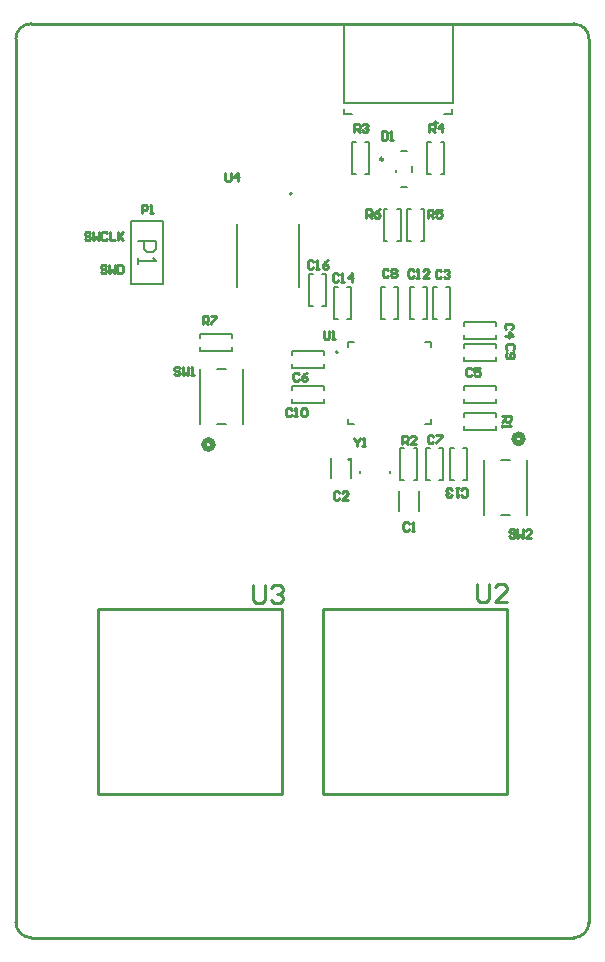
<source format=gto>
G04*
G04 #@! TF.GenerationSoftware,Altium Limited,Altium Designer,24.2.2 (26)*
G04*
G04 Layer_Color=65535*
%FSLAX25Y25*%
%MOIN*%
G70*
G04*
G04 #@! TF.SameCoordinates,3758B99F-9DEC-4DD0-BAA5-DFD1AAF1D411*
G04*
G04*
G04 #@! TF.FilePolarity,Positive*
G04*
G01*
G75*
%ADD10C,0.00984*%
%ADD11C,0.00787*%
%ADD12C,0.02000*%
%ADD13C,0.01000*%
%ADD14C,0.00500*%
%ADD15C,0.00591*%
%ADD16C,0.00600*%
D10*
X1222569Y714224D02*
G03*
X1222569Y714224I-492J0D01*
G01*
X1204465Y702157D02*
G03*
X1204465Y702157I-492J0D01*
G01*
D11*
X1174094Y690631D02*
G03*
X1174094Y690631I-394J0D01*
G01*
X1189489Y637813D02*
G03*
X1189489Y637813I-394J0D01*
G01*
X1193532Y602131D02*
G03*
X1193532Y602131I-394J0D01*
G01*
X1227491Y717275D02*
Y719046D01*
X1191506Y717275D02*
Y719046D01*
Y717275D02*
X1194243D01*
X1224754D02*
X1227491D01*
X1120518Y660509D02*
Y681691D01*
X1131108D01*
Y660509D02*
Y681691D01*
X1120518Y660509D02*
X1131108D01*
X1193746Y595854D02*
Y602547D01*
X1187054Y595854D02*
Y602547D01*
X1216446Y584854D02*
Y591546D01*
X1209754Y584854D02*
Y591546D01*
X1208697Y697826D02*
Y698417D01*
X1210371Y693003D02*
X1212536D01*
X1214209Y697826D02*
Y699991D01*
X1210371Y704814D02*
X1212536D01*
D12*
X1147768Y607050D02*
G03*
X1147768Y607050I-1500J0D01*
G01*
X1251132Y608950D02*
G03*
X1251132Y608950I-1500J0D01*
G01*
D13*
X1184451Y490700D02*
Y552132D01*
Y490700D02*
X1245800D01*
Y552132D01*
X1184451D02*
X1245800D01*
X1109400Y490700D02*
Y552100D01*
Y490700D02*
X1170800D01*
Y552100D01*
X1109400D02*
X1170800D01*
X1235900Y560598D02*
Y555600D01*
X1236900Y554600D01*
X1238899D01*
X1239899Y555600D01*
Y560598D01*
X1245897Y554600D02*
X1241898D01*
X1245897Y558599D01*
Y559598D01*
X1244897Y560598D01*
X1242898D01*
X1241898Y559598D01*
X1161100Y560298D02*
Y555300D01*
X1162100Y554300D01*
X1164099D01*
X1165099Y555300D01*
Y560298D01*
X1167098Y559298D02*
X1168098Y560298D01*
X1170097D01*
X1171097Y559298D01*
Y558299D01*
X1170097Y557299D01*
X1169098D01*
X1170097D01*
X1171097Y556299D01*
Y555300D01*
X1170097Y554300D01*
X1168098D01*
X1167098Y555300D01*
X1106937Y677496D02*
X1106478Y677955D01*
X1105559D01*
X1105100Y677496D01*
Y677037D01*
X1105559Y676578D01*
X1106478D01*
X1106937Y676118D01*
Y675659D01*
X1106478Y675200D01*
X1105559D01*
X1105100Y675659D01*
X1107855Y677955D02*
Y675200D01*
X1108773Y676118D01*
X1109692Y675200D01*
Y677955D01*
X1112447Y677496D02*
X1111988Y677955D01*
X1111069D01*
X1110610Y677496D01*
Y675659D01*
X1111069Y675200D01*
X1111988D01*
X1112447Y675659D01*
X1113365Y677955D02*
Y675200D01*
X1115202D01*
X1116120Y677955D02*
Y675200D01*
Y676118D01*
X1117957Y677955D01*
X1116579Y676578D01*
X1117957Y675200D01*
X1112237Y666496D02*
X1111778Y666955D01*
X1110859D01*
X1110400Y666496D01*
Y666037D01*
X1110859Y665578D01*
X1111778D01*
X1112237Y665118D01*
Y664659D01*
X1111778Y664200D01*
X1110859D01*
X1110400Y664659D01*
X1113155Y666955D02*
Y664200D01*
X1114073Y665118D01*
X1114992Y664200D01*
Y666955D01*
X1115910D02*
Y664200D01*
X1117288D01*
X1117747Y664659D01*
Y666496D01*
X1117288Y666955D01*
X1115910D01*
X1123976Y684237D02*
Y686993D01*
X1125354D01*
X1125813Y686533D01*
Y685615D01*
X1125354Y685156D01*
X1123976D01*
X1126731Y684237D02*
X1127650D01*
X1127191D01*
Y686993D01*
X1126731Y686533D01*
X1151852Y697678D02*
Y695382D01*
X1152311Y694922D01*
X1153230D01*
X1153689Y695382D01*
Y697678D01*
X1155985Y694922D02*
Y697678D01*
X1154607Y696300D01*
X1156444D01*
X1181137Y667973D02*
X1180678Y668432D01*
X1179760D01*
X1179301Y667973D01*
Y666136D01*
X1179760Y665677D01*
X1180678D01*
X1181137Y666136D01*
X1182056Y665677D02*
X1182974D01*
X1182515D01*
Y668432D01*
X1182056Y667973D01*
X1186188Y668432D02*
X1185270Y667973D01*
X1184352Y667054D01*
Y666136D01*
X1184811Y665677D01*
X1185729D01*
X1186188Y666136D01*
Y666595D01*
X1185729Y667054D01*
X1184352D01*
X1189493Y663618D02*
X1189034Y664078D01*
X1188116D01*
X1187656Y663618D01*
Y661782D01*
X1188116Y661322D01*
X1189034D01*
X1189493Y661782D01*
X1190411Y661322D02*
X1191330D01*
X1190870D01*
Y664078D01*
X1190411Y663618D01*
X1194085Y661322D02*
Y664078D01*
X1192707Y662700D01*
X1194544D01*
X1176426Y630562D02*
X1175967Y631021D01*
X1175048D01*
X1174589Y630562D01*
Y628725D01*
X1175048Y628266D01*
X1175967D01*
X1176426Y628725D01*
X1179181Y631021D02*
X1178263Y630562D01*
X1177344Y629643D01*
Y628725D01*
X1177803Y628266D01*
X1178722D01*
X1179181Y628725D01*
Y629184D01*
X1178722Y629643D01*
X1177344D01*
X1173989Y618700D02*
X1173530Y619160D01*
X1172612D01*
X1172153Y618700D01*
Y616864D01*
X1172612Y616405D01*
X1173530D01*
X1173989Y616864D01*
X1174908Y616405D02*
X1175826D01*
X1175367D01*
Y619160D01*
X1174908Y618700D01*
X1177204D02*
X1177663Y619160D01*
X1178581D01*
X1179040Y618700D01*
Y616864D01*
X1178581Y616405D01*
X1177663D01*
X1177204Y616864D01*
Y618700D01*
X1136722Y632432D02*
X1136263Y632891D01*
X1135345D01*
X1134886Y632432D01*
Y631973D01*
X1135345Y631513D01*
X1136263D01*
X1136722Y631054D01*
Y630595D01*
X1136263Y630136D01*
X1135345D01*
X1134886Y630595D01*
X1137641Y632891D02*
Y630136D01*
X1138559Y631054D01*
X1139478Y630136D01*
Y632891D01*
X1140396Y630136D02*
X1141314D01*
X1140855D01*
Y632891D01*
X1140396Y632432D01*
X1247651Y638567D02*
X1248110Y639026D01*
Y639945D01*
X1247651Y640404D01*
X1245815D01*
X1245356Y639945D01*
Y639026D01*
X1245815Y638567D01*
Y637649D02*
X1245356Y637190D01*
Y636271D01*
X1245815Y635812D01*
X1247651D01*
X1248110Y636271D01*
Y637190D01*
X1247651Y637649D01*
X1247192D01*
X1246733Y637190D01*
Y635812D01*
X1247280Y645405D02*
X1247739Y645864D01*
Y646783D01*
X1247280Y647242D01*
X1245443D01*
X1244984Y646783D01*
Y645864D01*
X1245443Y645405D01*
X1244984Y643109D02*
X1247739D01*
X1246361Y644487D01*
Y642650D01*
X1194863Y609378D02*
Y608918D01*
X1195782Y608000D01*
X1196700Y608918D01*
Y609378D01*
X1195782Y608000D02*
Y606623D01*
X1197618D02*
X1198537D01*
X1198078D01*
Y609378D01*
X1197618Y608918D01*
X1184663Y644878D02*
Y642582D01*
X1185122Y642123D01*
X1186041D01*
X1186500Y642582D01*
Y644878D01*
X1187418Y642123D02*
X1188337D01*
X1187878D01*
Y644878D01*
X1187418Y644418D01*
X1248363Y578318D02*
X1247904Y578778D01*
X1246986D01*
X1246527Y578318D01*
Y577859D01*
X1246986Y577400D01*
X1247904D01*
X1248363Y576941D01*
Y576482D01*
X1247904Y576022D01*
X1246986D01*
X1246527Y576482D01*
X1249282Y578778D02*
Y576022D01*
X1250200Y576941D01*
X1251118Y576022D01*
Y578778D01*
X1253873Y576022D02*
X1252037D01*
X1253873Y577859D01*
Y578318D01*
X1253414Y578778D01*
X1252496D01*
X1252037Y578318D01*
X1144300Y647100D02*
Y649855D01*
X1145677D01*
X1146137Y649396D01*
Y648478D01*
X1145677Y648018D01*
X1144300D01*
X1145218D02*
X1146137Y647100D01*
X1147055Y649855D02*
X1148892D01*
Y649396D01*
X1147055Y647559D01*
Y647100D01*
X1198804Y682723D02*
Y685478D01*
X1200182D01*
X1200641Y685018D01*
Y684100D01*
X1200182Y683641D01*
X1198804D01*
X1199722D02*
X1200641Y682723D01*
X1203396Y685478D02*
X1202478Y685018D01*
X1201559Y684100D01*
Y683182D01*
X1202018Y682723D01*
X1202937D01*
X1203396Y683182D01*
Y683641D01*
X1202937Y684100D01*
X1201559D01*
X1219396Y682622D02*
Y685378D01*
X1220774D01*
X1221233Y684918D01*
Y684000D01*
X1220774Y683541D01*
X1219396D01*
X1220315D02*
X1221233Y682622D01*
X1223988Y685378D02*
X1222151D01*
Y684000D01*
X1223070Y684459D01*
X1223529D01*
X1223988Y684000D01*
Y683082D01*
X1223529Y682622D01*
X1222610D01*
X1222151Y683082D01*
X1219900Y711300D02*
Y714055D01*
X1221278D01*
X1221737Y713596D01*
Y712677D01*
X1221278Y712218D01*
X1219900D01*
X1220818D02*
X1221737Y711300D01*
X1224032D02*
Y714055D01*
X1222655Y712677D01*
X1224492D01*
X1194800Y711300D02*
Y714055D01*
X1196177D01*
X1196637Y713596D01*
Y712677D01*
X1196177Y712218D01*
X1194800D01*
X1195718D02*
X1196637Y711300D01*
X1197555Y713596D02*
X1198014Y714055D01*
X1198932D01*
X1199392Y713596D01*
Y713137D01*
X1198932Y712677D01*
X1198473D01*
X1198932D01*
X1199392Y712218D01*
Y711759D01*
X1198932Y711300D01*
X1198014D01*
X1197555Y711759D01*
X1210804Y607123D02*
Y609878D01*
X1212182D01*
X1212641Y609418D01*
Y608500D01*
X1212182Y608041D01*
X1210804D01*
X1211722D02*
X1212641Y607123D01*
X1215396D02*
X1213559D01*
X1215396Y608959D01*
Y609418D01*
X1214937Y609878D01*
X1214018D01*
X1213559Y609418D01*
X1244223Y616437D02*
X1246978D01*
Y615059D01*
X1246518Y614600D01*
X1245600D01*
X1245141Y615059D01*
Y616437D01*
Y615518D02*
X1244223Y614600D01*
Y613682D02*
Y612763D01*
Y613223D01*
X1246978D01*
X1246518Y613682D01*
X1204000Y711455D02*
Y708700D01*
X1205377D01*
X1205837Y709159D01*
Y710996D01*
X1205377Y711455D01*
X1204000D01*
X1206755Y708700D02*
X1207673D01*
X1207214D01*
Y711455D01*
X1206755Y710996D01*
X1230593Y590123D02*
X1231052Y589663D01*
X1231971D01*
X1232430Y590123D01*
Y591959D01*
X1231971Y592418D01*
X1231052D01*
X1230593Y591959D01*
X1229675Y592418D02*
X1228757D01*
X1229216D01*
Y589663D01*
X1229675Y590123D01*
X1227379D02*
X1226920Y589663D01*
X1226002D01*
X1225542Y590123D01*
Y590582D01*
X1226002Y591041D01*
X1226461D01*
X1226002D01*
X1225542Y591500D01*
Y591959D01*
X1226002Y592418D01*
X1226920D01*
X1227379Y591959D01*
X1214689Y664948D02*
X1214230Y665407D01*
X1213312D01*
X1212853Y664948D01*
Y663111D01*
X1213312Y662652D01*
X1214230D01*
X1214689Y663111D01*
X1215608Y662652D02*
X1216526D01*
X1216067D01*
Y665407D01*
X1215608Y664948D01*
X1219740Y662652D02*
X1217904D01*
X1219740Y664488D01*
Y664948D01*
X1219281Y665407D01*
X1218363D01*
X1217904Y664948D01*
X1206237Y665196D02*
X1205777Y665655D01*
X1204859D01*
X1204400Y665196D01*
Y663359D01*
X1204859Y662900D01*
X1205777D01*
X1206237Y663359D01*
X1207155Y665196D02*
X1207614Y665655D01*
X1208533D01*
X1208992Y665196D01*
Y664737D01*
X1208533Y664278D01*
X1208992Y663818D01*
Y663359D01*
X1208533Y662900D01*
X1207614D01*
X1207155Y663359D01*
Y663818D01*
X1207614Y664278D01*
X1207155Y664737D01*
Y665196D01*
X1207614Y664278D02*
X1208533D01*
X1221241Y609718D02*
X1220782Y610178D01*
X1219863D01*
X1219404Y609718D01*
Y607882D01*
X1219863Y607422D01*
X1220782D01*
X1221241Y607882D01*
X1222159Y610178D02*
X1223996D01*
Y609718D01*
X1222159Y607882D01*
Y607422D01*
X1234037Y632096D02*
X1233578Y632555D01*
X1232659D01*
X1232200Y632096D01*
Y630259D01*
X1232659Y629800D01*
X1233578D01*
X1234037Y630259D01*
X1236792Y632555D02*
X1234955D01*
Y631178D01*
X1235873Y631637D01*
X1236333D01*
X1236792Y631178D01*
Y630259D01*
X1236333Y629800D01*
X1235414D01*
X1234955Y630259D01*
X1223841Y664818D02*
X1223382Y665278D01*
X1222463D01*
X1222004Y664818D01*
Y662982D01*
X1222463Y662523D01*
X1223382D01*
X1223841Y662982D01*
X1224759Y664818D02*
X1225218Y665278D01*
X1226137D01*
X1226596Y664818D01*
Y664359D01*
X1226137Y663900D01*
X1225678D01*
X1226137D01*
X1226596Y663441D01*
Y662982D01*
X1226137Y662523D01*
X1225218D01*
X1224759Y662982D01*
X1189941Y590938D02*
X1189482Y591397D01*
X1188563D01*
X1188104Y590938D01*
Y589102D01*
X1188563Y588642D01*
X1189482D01*
X1189941Y589102D01*
X1192696Y588642D02*
X1190859D01*
X1192696Y590479D01*
Y590938D01*
X1192237Y591397D01*
X1191318D01*
X1190859Y590938D01*
X1213100Y580606D02*
X1212641Y581065D01*
X1211722D01*
X1211263Y580606D01*
Y578769D01*
X1211722Y578310D01*
X1212641D01*
X1213100Y578769D01*
X1214018Y578310D02*
X1214937D01*
X1214478D01*
Y581065D01*
X1214018Y580606D01*
X1087100Y747300D02*
G03*
X1082100Y742300I0J-5000D01*
G01*
X1273100D02*
G03*
X1268100Y747300I-5000J0D01*
G01*
Y442700D02*
G03*
X1273100Y447700I0J5000D01*
G01*
X1082100D02*
G03*
X1087100Y442700I5000J0D01*
G01*
X1082100Y737121D02*
Y742300D01*
X1087100Y747300D02*
X1268100D01*
X1273100Y447841D02*
Y742300D01*
Y447700D02*
Y447841D01*
X1087100Y442700D02*
X1268100D01*
X1082100Y447700D02*
Y737121D01*
D14*
X1155806Y659706D02*
Y680494D01*
X1176594Y659706D02*
Y680494D01*
X1218603Y613797D02*
X1220493D01*
X1218603Y641356D02*
X1220493D01*
X1192934Y613797D02*
X1194824D01*
X1192934Y641356D02*
X1194824D01*
X1220493Y613797D02*
Y615687D01*
Y639466D02*
Y641356D01*
X1192934Y613797D02*
Y615687D01*
Y639466D02*
Y641356D01*
X1196879Y597485D02*
Y598115D01*
X1206721Y597485D02*
Y598115D01*
D15*
X1179846Y663915D02*
X1181125D01*
X1179846Y653285D02*
Y663915D01*
Y653285D02*
X1181125D01*
X1184275D02*
X1185554D01*
Y663915D01*
X1184275D02*
X1185554D01*
X1188136Y659615D02*
X1189416D01*
X1188136Y648985D02*
Y659615D01*
Y648985D02*
X1189416D01*
X1192565D02*
X1193845D01*
Y659615D01*
X1192565D02*
X1193845D01*
X1174228Y632579D02*
Y633858D01*
Y632579D02*
X1184857D01*
Y633858D01*
Y637008D02*
Y638288D01*
X1174228D02*
X1184857D01*
X1174228Y637008D02*
Y638288D01*
X1174228Y620785D02*
Y622065D01*
Y620785D02*
X1184857D01*
Y622065D01*
Y625214D02*
Y626494D01*
X1174228D02*
X1184857D01*
X1174228Y625214D02*
Y626494D01*
X1242115Y639387D02*
Y640667D01*
X1231485D02*
X1242115D01*
X1231485Y639387D02*
Y640667D01*
Y634958D02*
Y636238D01*
Y634958D02*
X1242115D01*
Y636238D01*
X1214675Y605956D02*
X1215954D01*
Y595326D02*
Y605956D01*
X1214675Y595326D02*
X1215954D01*
X1210246D02*
X1211525D01*
X1210246D02*
Y605956D01*
X1211525D01*
X1219244Y697334D02*
X1220524D01*
X1219244D02*
Y707964D01*
X1220524D01*
X1223673D02*
X1224953D01*
Y697334D02*
Y707964D01*
X1223673Y697334D02*
X1224953D01*
X1218746Y595328D02*
X1220025D01*
X1218746D02*
Y605958D01*
X1220025D01*
X1223175D02*
X1224454D01*
Y595328D02*
Y605958D01*
X1223175Y595328D02*
X1224454D01*
X1213534Y659615D02*
X1214813D01*
X1213534Y648985D02*
Y659615D01*
Y648985D02*
X1214813D01*
X1217963D02*
X1219243D01*
Y659615D01*
X1217963D02*
X1219243D01*
X1231446Y616235D02*
Y617515D01*
X1242076D01*
Y616235D02*
Y617515D01*
Y611806D02*
Y613086D01*
X1231446Y611806D02*
X1242076D01*
X1231446D02*
Y613086D01*
X1242076Y646695D02*
Y647974D01*
X1231446D02*
X1242076D01*
X1231446Y646695D02*
Y647974D01*
Y642266D02*
Y643545D01*
Y642266D02*
X1242076D01*
Y643545D01*
X1221146Y659615D02*
X1222425D01*
X1221146Y648985D02*
Y659615D01*
Y648985D02*
X1222425D01*
X1225575D02*
X1226854D01*
Y659615D01*
X1225575D02*
X1226854D01*
X1231121Y595326D02*
X1232400D01*
Y605956D01*
X1231121D02*
X1232400D01*
X1226692D02*
X1227971D01*
X1226692Y595326D02*
Y605956D01*
Y595326D02*
X1227971D01*
X1204660Y674984D02*
X1205939D01*
X1204660D02*
Y685613D01*
X1205939D01*
X1209089D02*
X1210369D01*
Y674984D02*
Y685613D01*
X1209089Y674984D02*
X1210369D01*
X1212538Y674985D02*
X1213817D01*
X1212538D02*
Y685615D01*
X1213817D01*
X1216967D02*
X1218246D01*
Y674985D02*
Y685615D01*
X1216967Y674985D02*
X1218246D01*
X1203693Y659615D02*
X1204972D01*
X1203693Y648985D02*
Y659615D01*
Y648985D02*
X1204972D01*
X1208122D02*
X1209402D01*
Y659615D01*
X1208122D02*
X1209402D01*
X1198476Y697334D02*
X1199756D01*
Y707964D01*
X1198476D02*
X1199756D01*
X1194047D02*
X1195327D01*
X1194047Y697334D02*
Y707964D01*
Y697334D02*
X1195327D01*
X1242117Y620785D02*
Y622065D01*
X1231487Y620785D02*
X1242117D01*
X1231487D02*
Y622065D01*
Y625214D02*
Y626494D01*
X1242117D01*
Y625214D02*
Y626494D01*
X1143585Y638146D02*
Y639425D01*
Y638146D02*
X1154215D01*
Y639425D01*
Y642575D02*
Y643854D01*
X1143585D02*
X1154215D01*
X1143585Y642575D02*
Y643854D01*
X1191310Y720818D02*
X1227687D01*
X1191310D02*
Y747196D01*
X1227687Y720818D02*
Y747196D01*
X1122861Y675036D02*
X1128765D01*
Y672084D01*
X1127781Y671100D01*
X1125813D01*
X1124829Y672084D01*
Y675036D01*
X1122861Y669132D02*
Y667164D01*
Y668148D01*
X1128765D01*
X1127781Y669132D01*
D16*
X1148978Y614050D02*
X1152022D01*
X1143300D02*
Y632350D01*
X1148978D02*
X1152022D01*
X1157700Y614050D02*
Y632350D01*
X1243878Y601950D02*
X1246922D01*
X1252600Y583650D02*
Y601950D01*
X1243878Y583650D02*
X1246922D01*
X1238200D02*
Y601950D01*
M02*

</source>
